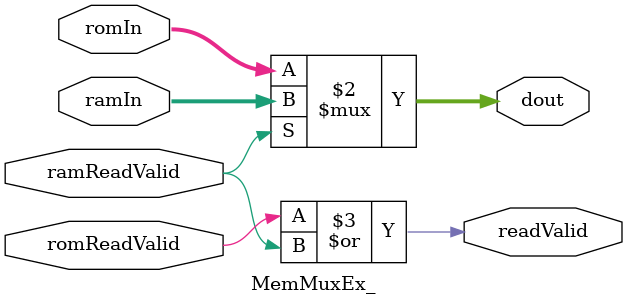
<source format=v>
module MemMux_(
    input [31:0] ramIn,
    input [31:0] romIn,
    input ramReadValid,
    input romReadValid,
    input [31:0] addr,
    output [31:0] dout,
    output readValid
);
    wire sel = addr <= 32'h0000_ffff;
    assign dout = sel ? romIn : ramIn;
    assign readValid = sel ? romReadValid : ramReadValid;
endmodule

module MemMuxEx_(
    input [31:0] ramIn,
    input [31:0] romIn,
    input ramReadValid,
    input romReadValid,
    output [31:0] dout,
    output readValid
);
    wire sel = ~ramReadValid;
    assign dout = sel ? romIn : ramIn;
    assign readValid = romReadValid | ramReadValid;
endmodule
</source>
